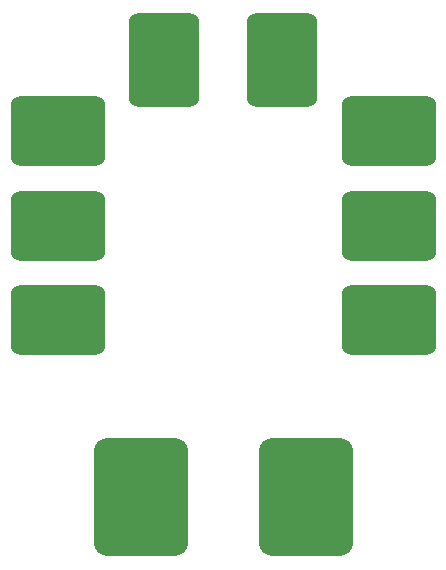
<source format=gbr>
%TF.GenerationSoftware,KiCad,Pcbnew,9.0.4*%
%TF.CreationDate,2025-09-29T17:30:00-04:00*%
%TF.ProjectId,power-board,706f7765-722d-4626-9f61-72642e6b6963,rev?*%
%TF.SameCoordinates,Original*%
%TF.FileFunction,Paste,Top*%
%TF.FilePolarity,Positive*%
%FSLAX46Y46*%
G04 Gerber Fmt 4.6, Leading zero omitted, Abs format (unit mm)*
G04 Created by KiCad (PCBNEW 9.0.4) date 2025-09-29 17:30:00*
%MOMM*%
%LPD*%
G01*
G04 APERTURE LIST*
G04 Aperture macros list*
%AMRoundRect*
0 Rectangle with rounded corners*
0 $1 Rounding radius*
0 $2 $3 $4 $5 $6 $7 $8 $9 X,Y pos of 4 corners*
0 Add a 4 corners polygon primitive as box body*
4,1,4,$2,$3,$4,$5,$6,$7,$8,$9,$2,$3,0*
0 Add four circle primitives for the rounded corners*
1,1,$1+$1,$2,$3*
1,1,$1+$1,$4,$5*
1,1,$1+$1,$6,$7*
1,1,$1+$1,$8,$9*
0 Add four rect primitives between the rounded corners*
20,1,$1+$1,$2,$3,$4,$5,0*
20,1,$1+$1,$4,$5,$6,$7,0*
20,1,$1+$1,$6,$7,$8,$9,0*
20,1,$1+$1,$8,$9,$2,$3,0*%
G04 Aperture macros list end*
%ADD10RoundRect,1.200000X-2.800000X-3.800000X2.800000X-3.800000X2.800000X3.800000X-2.800000X3.800000X0*%
%ADD11RoundRect,0.900000X3.100000X-2.100000X3.100000X2.100000X-3.100000X2.100000X-3.100000X-2.100000X0*%
%ADD12RoundRect,0.900000X-2.100000X-3.100000X2.100000X-3.100000X2.100000X3.100000X-2.100000X3.100000X0*%
%ADD13RoundRect,0.900000X-3.100000X2.100000X-3.100000X-2.100000X3.100000X-2.100000X3.100000X2.100000X0*%
G04 APERTURE END LIST*
D10*
%TO.C,J9*%
X78000000Y-88000000D03*
X92000000Y-88000000D03*
%TD*%
D11*
%TO.C,J8*%
X99000000Y-65000000D03*
%TD*%
%TO.C,J6*%
X71000000Y-73000000D03*
%TD*%
D12*
%TO.C,J4*%
X90000000Y-51000000D03*
%TD*%
D11*
%TO.C,J2*%
X71000000Y-57000000D03*
%TD*%
D13*
%TO.C,J5*%
X71000000Y-65000000D03*
%TD*%
D11*
%TO.C,J7*%
X99000000Y-73000000D03*
%TD*%
%TO.C,J3*%
X99000000Y-57000000D03*
%TD*%
D12*
%TO.C,J1*%
X80000000Y-51000000D03*
%TD*%
M02*

</source>
